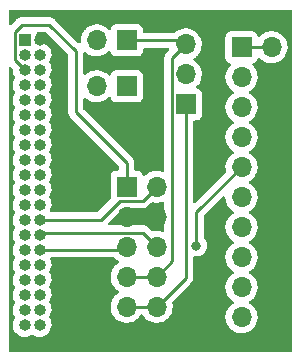
<source format=gbr>
%TF.GenerationSoftware,KiCad,Pcbnew,6.0.5+dfsg-1~bpo11+1*%
%TF.CreationDate,2022-08-16T04:59:05+00:00*%
%TF.ProjectId,olimex_stm32mp1_jtag,6f6c696d-6578-45f7-9374-6d33326d7031,rev?*%
%TF.SameCoordinates,Original*%
%TF.FileFunction,Copper,L1,Top*%
%TF.FilePolarity,Positive*%
%FSLAX46Y46*%
G04 Gerber Fmt 4.6, Leading zero omitted, Abs format (unit mm)*
G04 Created by KiCad (PCBNEW 6.0.5+dfsg-1~bpo11+1) date 2022-08-16 04:59:05*
%MOMM*%
%LPD*%
G01*
G04 APERTURE LIST*
%TA.AperFunction,ComponentPad*%
%ADD10R,1.700000X1.700000*%
%TD*%
%TA.AperFunction,ComponentPad*%
%ADD11O,1.700000X1.700000*%
%TD*%
%TA.AperFunction,ComponentPad*%
%ADD12R,1.000000X1.000000*%
%TD*%
%TA.AperFunction,ComponentPad*%
%ADD13O,1.000000X1.000000*%
%TD*%
%TA.AperFunction,ViaPad*%
%ADD14C,0.800000*%
%TD*%
%TA.AperFunction,Conductor*%
%ADD15C,0.250000*%
%TD*%
G04 APERTURE END LIST*
D10*
%TO.P,JP2,1,A*%
%TO.N,+3V3*%
X150500000Y-73120000D03*
D11*
%TO.P,JP2,2,B*%
%TO.N,Net-(J3-Pad3)*%
X147960000Y-73120000D03*
%TD*%
D10*
%TO.P,JP3,1,A*%
%TO.N,+5V*%
X150500000Y-77000000D03*
D11*
%TO.P,JP3,2,B*%
%TO.N,Net-(J3-Pad1)*%
X147960000Y-77000000D03*
%TD*%
D10*
%TO.P,JP1,1,A*%
%TO.N,+5V*%
X155500000Y-78540000D03*
D11*
%TO.P,JP1,2,C*%
%TO.N,VCC*%
X155500000Y-76000000D03*
%TO.P,JP1,3,B*%
%TO.N,+3V3*%
X155500000Y-73460000D03*
%TD*%
D10*
%TO.P,J2,1,Pin_1*%
%TO.N,/~{RST}*%
X150500000Y-85500000D03*
D11*
%TO.P,J2,2,Pin_2*%
%TO.N,/JTMS-SWDIO*%
X153040000Y-85500000D03*
%TO.P,J2,3,Pin_3*%
%TO.N,GND*%
X150500000Y-88040000D03*
%TO.P,J2,4,Pin_4*%
X153040000Y-88040000D03*
%TO.P,J2,5,Pin_5*%
%TO.N,/JTDO-TRACESWO*%
X150500000Y-90580000D03*
%TO.P,J2,6,Pin_6*%
%TO.N,/JTCK-SWCLK*%
X153040000Y-90580000D03*
%TO.P,J2,7,Pin_7*%
%TO.N,+3V3*%
X150500000Y-93120000D03*
%TO.P,J2,8,Pin_8*%
X153040000Y-93120000D03*
%TO.P,J2,9,Pin_9*%
%TO.N,+5V*%
X150500000Y-95660000D03*
%TO.P,J2,10,Pin_10*%
X153040000Y-95660000D03*
%TD*%
D10*
%TO.P,J1,1,Pin_1*%
%TO.N,VCC*%
X160225000Y-73695000D03*
D11*
%TO.P,J1,2,Pin_2*%
X162765000Y-73695000D03*
%TO.P,J1,3,Pin_3*%
%TO.N,/~{JTRST}*%
X160225000Y-76235000D03*
%TO.P,J1,4,Pin_4*%
%TO.N,GND*%
X162765000Y-76235000D03*
%TO.P,J1,5,Pin_5*%
%TO.N,/JTDI*%
X160225000Y-78775000D03*
%TO.P,J1,6,Pin_6*%
%TO.N,GND*%
X162765000Y-78775000D03*
%TO.P,J1,7,Pin_7*%
%TO.N,/JTMS-SWDIO*%
X160225000Y-81315000D03*
%TO.P,J1,8,Pin_8*%
%TO.N,GND*%
X162765000Y-81315000D03*
%TO.P,J1,9,Pin_9*%
%TO.N,/JTCK-SWCLK*%
X160225000Y-83855000D03*
%TO.P,J1,10,Pin_10*%
%TO.N,GND*%
X162765000Y-83855000D03*
%TO.P,J1,11,Pin_11*%
%TO.N,unconnected-(J1-Pad11)*%
X160225000Y-86395000D03*
%TO.P,J1,12,Pin_12*%
%TO.N,GND*%
X162765000Y-86395000D03*
%TO.P,J1,13,Pin_13*%
%TO.N,/JTDO-TRACESWO*%
X160225000Y-88935000D03*
%TO.P,J1,14,Pin_14*%
%TO.N,GND*%
X162765000Y-88935000D03*
%TO.P,J1,15,Pin_15*%
%TO.N,/~{RST}*%
X160225000Y-91475000D03*
%TO.P,J1,16,Pin_16*%
%TO.N,GND*%
X162765000Y-91475000D03*
%TO.P,J1,17,Pin_17*%
%TO.N,unconnected-(J1-Pad17)*%
X160225000Y-94015000D03*
%TO.P,J1,18,Pin_18*%
%TO.N,GND*%
X162765000Y-94015000D03*
%TO.P,J1,19,Pin_19*%
%TO.N,unconnected-(J1-Pad19)*%
X160225000Y-96555000D03*
%TO.P,J1,20,Pin_20*%
%TO.N,GND*%
X162765000Y-96555000D03*
%TD*%
D12*
%TO.P,J3,1,Pin_1*%
%TO.N,Net-(J3-Pad1)*%
X141855000Y-73070000D03*
D13*
%TO.P,J3,2,Pin_2*%
%TO.N,GND*%
X143125000Y-73070000D03*
%TO.P,J3,3,Pin_3*%
%TO.N,Net-(J3-Pad3)*%
X141855000Y-74340000D03*
%TO.P,J3,4,Pin_4*%
%TO.N,unconnected-(J3-Pad4)*%
X143125000Y-74340000D03*
%TO.P,J3,5,Pin_5*%
%TO.N,/~{RST}*%
X141855000Y-75610000D03*
%TO.P,J3,6,Pin_6*%
%TO.N,unconnected-(J3-Pad6)*%
X143125000Y-75610000D03*
%TO.P,J3,7,Pin_7*%
%TO.N,unconnected-(J3-Pad7)*%
X141855000Y-76880000D03*
%TO.P,J3,8,Pin_8*%
%TO.N,unconnected-(J3-Pad8)*%
X143125000Y-76880000D03*
%TO.P,J3,9,Pin_9*%
%TO.N,unconnected-(J3-Pad9)*%
X141855000Y-78150000D03*
%TO.P,J3,10,Pin_10*%
%TO.N,unconnected-(J3-Pad10)*%
X143125000Y-78150000D03*
%TO.P,J3,11,Pin_11*%
%TO.N,unconnected-(J3-Pad11)*%
X141855000Y-79420000D03*
%TO.P,J3,12,Pin_12*%
%TO.N,unconnected-(J3-Pad12)*%
X143125000Y-79420000D03*
%TO.P,J3,13,Pin_13*%
%TO.N,unconnected-(J3-Pad13)*%
X141855000Y-80690000D03*
%TO.P,J3,14,Pin_14*%
%TO.N,unconnected-(J3-Pad14)*%
X143125000Y-80690000D03*
%TO.P,J3,15,Pin_15*%
%TO.N,unconnected-(J3-Pad15)*%
X141855000Y-81960000D03*
%TO.P,J3,16,Pin_16*%
%TO.N,unconnected-(J3-Pad16)*%
X143125000Y-81960000D03*
%TO.P,J3,17,Pin_17*%
%TO.N,unconnected-(J3-Pad17)*%
X141855000Y-83230000D03*
%TO.P,J3,18,Pin_18*%
%TO.N,unconnected-(J3-Pad18)*%
X143125000Y-83230000D03*
%TO.P,J3,19,Pin_19*%
%TO.N,unconnected-(J3-Pad19)*%
X141855000Y-84500000D03*
%TO.P,J3,20,Pin_20*%
%TO.N,unconnected-(J3-Pad20)*%
X143125000Y-84500000D03*
%TO.P,J3,21,Pin_21*%
%TO.N,unconnected-(J3-Pad21)*%
X141855000Y-85770000D03*
%TO.P,J3,22,Pin_22*%
%TO.N,unconnected-(J3-Pad22)*%
X143125000Y-85770000D03*
%TO.P,J3,23,Pin_23*%
%TO.N,unconnected-(J3-Pad23)*%
X141855000Y-87040000D03*
%TO.P,J3,24,Pin_24*%
%TO.N,unconnected-(J3-Pad24)*%
X143125000Y-87040000D03*
%TO.P,J3,25,Pin_25*%
%TO.N,unconnected-(J3-Pad25)*%
X141855000Y-88310000D03*
%TO.P,J3,26,Pin_26*%
%TO.N,/JTMS-SWDIO*%
X143125000Y-88310000D03*
%TO.P,J3,27,Pin_27*%
%TO.N,unconnected-(J3-Pad27)*%
X141855000Y-89580000D03*
%TO.P,J3,28,Pin_28*%
%TO.N,/JTCK-SWCLK*%
X143125000Y-89580000D03*
%TO.P,J3,29,Pin_29*%
%TO.N,unconnected-(J3-Pad29)*%
X141855000Y-90850000D03*
%TO.P,J3,30,Pin_30*%
%TO.N,/JTDO-TRACESWO*%
X143125000Y-90850000D03*
%TO.P,J3,31,Pin_31*%
%TO.N,unconnected-(J3-Pad31)*%
X141855000Y-92120000D03*
%TO.P,J3,32,Pin_32*%
%TO.N,/JTDI*%
X143125000Y-92120000D03*
%TO.P,J3,33,Pin_33*%
%TO.N,unconnected-(J3-Pad33)*%
X141855000Y-93390000D03*
%TO.P,J3,34,Pin_34*%
%TO.N,/~{JTRST}*%
X143125000Y-93390000D03*
%TO.P,J3,35,Pin_35*%
%TO.N,unconnected-(J3-Pad35)*%
X141855000Y-94660000D03*
%TO.P,J3,36,Pin_36*%
%TO.N,unconnected-(J3-Pad36)*%
X143125000Y-94660000D03*
%TO.P,J3,37,Pin_37*%
%TO.N,unconnected-(J3-Pad37)*%
X141855000Y-95930000D03*
%TO.P,J3,38,Pin_38*%
%TO.N,unconnected-(J3-Pad38)*%
X143125000Y-95930000D03*
%TO.P,J3,39,Pin_39*%
%TO.N,unconnected-(J3-Pad39)*%
X141855000Y-97200000D03*
%TO.P,J3,40,Pin_40*%
%TO.N,unconnected-(J3-Pad40)*%
X143125000Y-97200000D03*
%TD*%
D14*
%TO.N,GND*%
X147900000Y-86500000D03*
X147200000Y-97300000D03*
X157900000Y-88100000D03*
X157000000Y-95700000D03*
X153100000Y-71100000D03*
X146100000Y-93000000D03*
X158100000Y-72400000D03*
X147400000Y-82700000D03*
X156900000Y-85800000D03*
X152900000Y-79600000D03*
X153100000Y-75000000D03*
X145700000Y-83300000D03*
X149900000Y-79800000D03*
%TO.N,/JTCK-SWCLK*%
X156400000Y-90500000D03*
%TD*%
D15*
%TO.N,/~{RST}*%
X146200000Y-79200000D02*
X150500000Y-83500000D01*
X146200000Y-74037820D02*
X146200000Y-79200000D01*
X141030000Y-72370000D02*
X141600000Y-71800000D01*
X143962180Y-71800000D02*
X146200000Y-74037820D01*
X150500000Y-83500000D02*
X150500000Y-85500000D01*
X141855000Y-75610000D02*
X141030000Y-74785000D01*
X141030000Y-74785000D02*
X141030000Y-72370000D01*
X141600000Y-71800000D02*
X143962180Y-71800000D01*
%TO.N,/JTMS-SWDIO*%
X143125000Y-88310000D02*
X148290000Y-88310000D01*
X148290000Y-88310000D02*
X149925000Y-86675000D01*
X149925000Y-86675000D02*
X151865000Y-86675000D01*
X151865000Y-86675000D02*
X153040000Y-85500000D01*
%TO.N,/JTCK-SWCLK*%
X143305000Y-89400000D02*
X151860000Y-89400000D01*
X151860000Y-89400000D02*
X153040000Y-90580000D01*
X160225000Y-83855000D02*
X156400000Y-87680000D01*
X156400000Y-87680000D02*
X156400000Y-90500000D01*
%TO.N,/JTDO-TRACESWO*%
X143125000Y-90850000D02*
X150230000Y-90850000D01*
%TO.N,VCC*%
X160225000Y-73695000D02*
X162765000Y-73695000D01*
%TO.N,+3V3*%
X150500000Y-73120000D02*
X155160000Y-73120000D01*
X154325000Y-74635000D02*
X154325000Y-91835000D01*
X155500000Y-73460000D02*
X154325000Y-74635000D01*
X154325000Y-91835000D02*
X153040000Y-93120000D01*
X150500000Y-93120000D02*
X153040000Y-93120000D01*
%TO.N,+5V*%
X150500000Y-95660000D02*
X153040000Y-95660000D01*
X155500000Y-78540000D02*
X155500000Y-93200000D01*
X155500000Y-93200000D02*
X153040000Y-95660000D01*
%TD*%
%TA.AperFunction,Conductor*%
%TO.N,GND*%
G36*
X164433621Y-70528502D02*
G01*
X164480114Y-70582158D01*
X164491500Y-70634500D01*
X164491500Y-99365500D01*
X164471498Y-99433621D01*
X164417842Y-99480114D01*
X164365500Y-99491500D01*
X140634500Y-99491500D01*
X140566379Y-99471498D01*
X140519886Y-99417842D01*
X140508500Y-99365500D01*
X140508500Y-75463594D01*
X140528502Y-75395473D01*
X140582158Y-75348980D01*
X140652432Y-75338876D01*
X140717012Y-75368370D01*
X140723595Y-75374499D01*
X140809251Y-75460155D01*
X140843277Y-75522467D01*
X140845371Y-75563294D01*
X140841719Y-75595851D01*
X140842235Y-75601995D01*
X140857748Y-75786739D01*
X140858268Y-75792934D01*
X140859967Y-75798858D01*
X140910357Y-75974588D01*
X140912783Y-75983050D01*
X140927847Y-76012361D01*
X140973847Y-76101866D01*
X141003187Y-76158956D01*
X141007016Y-76163787D01*
X141008839Y-76166088D01*
X141009414Y-76167509D01*
X141010353Y-76168966D01*
X141010076Y-76169144D01*
X141035474Y-76231898D01*
X141022301Y-76301662D01*
X141018846Y-76307474D01*
X140923567Y-76480787D01*
X140921706Y-76486654D01*
X140921705Y-76486656D01*
X140910154Y-76523069D01*
X140863765Y-76669306D01*
X140841719Y-76865851D01*
X140842235Y-76871995D01*
X140856441Y-77041173D01*
X140858268Y-77062934D01*
X140859967Y-77068858D01*
X140908865Y-77239385D01*
X140912783Y-77253050D01*
X140929885Y-77286326D01*
X140990315Y-77403909D01*
X141003187Y-77428956D01*
X141007016Y-77433787D01*
X141008839Y-77436088D01*
X141009414Y-77437509D01*
X141010353Y-77438966D01*
X141010076Y-77439144D01*
X141035474Y-77501898D01*
X141022301Y-77571662D01*
X141018846Y-77577474D01*
X140923567Y-77750787D01*
X140921706Y-77756654D01*
X140921705Y-77756656D01*
X140870797Y-77917138D01*
X140863765Y-77939306D01*
X140841719Y-78135851D01*
X140844662Y-78170896D01*
X140856261Y-78309030D01*
X140858268Y-78332934D01*
X140864239Y-78353757D01*
X140910357Y-78514588D01*
X140912783Y-78523050D01*
X141003187Y-78698956D01*
X141007016Y-78703787D01*
X141008839Y-78706088D01*
X141009414Y-78707509D01*
X141010353Y-78708966D01*
X141010076Y-78709144D01*
X141035474Y-78771898D01*
X141022301Y-78841662D01*
X141018846Y-78847474D01*
X140923567Y-79020787D01*
X140921706Y-79026654D01*
X140921705Y-79026656D01*
X140873824Y-79177596D01*
X140863765Y-79209306D01*
X140841719Y-79405851D01*
X140842235Y-79411995D01*
X140856350Y-79580088D01*
X140858268Y-79602934D01*
X140859967Y-79608858D01*
X140902917Y-79758642D01*
X140912783Y-79793050D01*
X140929885Y-79826326D01*
X140990315Y-79943909D01*
X141003187Y-79968956D01*
X141007016Y-79973787D01*
X141008839Y-79976088D01*
X141009414Y-79977509D01*
X141010353Y-79978966D01*
X141010076Y-79979144D01*
X141035474Y-80041898D01*
X141022301Y-80111662D01*
X141018846Y-80117474D01*
X140923567Y-80290787D01*
X140921706Y-80296654D01*
X140921705Y-80296656D01*
X140870797Y-80457138D01*
X140863765Y-80479306D01*
X140841719Y-80675851D01*
X140858268Y-80872934D01*
X140859967Y-80878858D01*
X140910357Y-81054588D01*
X140912783Y-81063050D01*
X141003187Y-81238956D01*
X141007016Y-81243787D01*
X141008839Y-81246088D01*
X141009414Y-81247509D01*
X141010353Y-81248966D01*
X141010076Y-81249144D01*
X141035474Y-81311898D01*
X141022301Y-81381662D01*
X141018846Y-81387474D01*
X140923567Y-81560787D01*
X140921706Y-81566654D01*
X140921705Y-81566656D01*
X140910154Y-81603069D01*
X140863765Y-81749306D01*
X140841719Y-81945851D01*
X140842235Y-81951995D01*
X140856350Y-82120088D01*
X140858268Y-82142934D01*
X140859967Y-82148858D01*
X140899014Y-82285031D01*
X140912783Y-82333050D01*
X140929885Y-82366326D01*
X140990315Y-82483909D01*
X141003187Y-82508956D01*
X141007016Y-82513787D01*
X141008839Y-82516088D01*
X141009414Y-82517509D01*
X141010353Y-82518966D01*
X141010076Y-82519144D01*
X141035474Y-82581898D01*
X141022301Y-82651662D01*
X141018846Y-82657474D01*
X140923567Y-82830787D01*
X140921706Y-82836654D01*
X140921705Y-82836656D01*
X140870797Y-82997138D01*
X140863765Y-83019306D01*
X140841719Y-83215851D01*
X140842907Y-83230000D01*
X140856552Y-83392493D01*
X140858268Y-83412934D01*
X140870682Y-83456225D01*
X140910357Y-83594588D01*
X140912783Y-83603050D01*
X141003187Y-83778956D01*
X141007016Y-83783787D01*
X141008839Y-83786088D01*
X141009414Y-83787509D01*
X141010353Y-83788966D01*
X141010076Y-83789144D01*
X141035474Y-83851898D01*
X141022301Y-83921662D01*
X141018846Y-83927474D01*
X140923567Y-84100787D01*
X140921706Y-84106654D01*
X140921705Y-84106656D01*
X140892290Y-84199385D01*
X140863765Y-84289306D01*
X140841719Y-84485851D01*
X140842235Y-84491995D01*
X140851748Y-84605283D01*
X140858268Y-84682934D01*
X140912783Y-84873050D01*
X140929885Y-84906326D01*
X140990315Y-85023909D01*
X141003187Y-85048956D01*
X141007016Y-85053787D01*
X141008839Y-85056088D01*
X141009414Y-85057509D01*
X141010353Y-85058966D01*
X141010076Y-85059144D01*
X141035474Y-85121898D01*
X141022301Y-85191662D01*
X141018846Y-85197474D01*
X140923567Y-85370787D01*
X140921706Y-85376654D01*
X140921705Y-85376656D01*
X140915934Y-85394848D01*
X140863765Y-85559306D01*
X140841719Y-85755851D01*
X140858268Y-85952934D01*
X140912783Y-86143050D01*
X141003187Y-86318956D01*
X141007016Y-86323787D01*
X141008839Y-86326088D01*
X141009414Y-86327509D01*
X141010353Y-86328966D01*
X141010076Y-86329144D01*
X141035474Y-86391898D01*
X141022301Y-86461662D01*
X141018846Y-86467474D01*
X140923567Y-86640787D01*
X140921706Y-86646654D01*
X140921705Y-86646656D01*
X140890063Y-86746405D01*
X140863765Y-86829306D01*
X140841719Y-87025851D01*
X140842235Y-87031995D01*
X140856350Y-87200088D01*
X140858268Y-87222934D01*
X140874198Y-87278489D01*
X140899014Y-87365031D01*
X140912783Y-87413050D01*
X140929885Y-87446326D01*
X140990315Y-87563909D01*
X141003187Y-87588956D01*
X141007016Y-87593787D01*
X141008839Y-87596088D01*
X141009414Y-87597509D01*
X141010353Y-87598966D01*
X141010076Y-87599144D01*
X141035474Y-87661898D01*
X141022301Y-87731662D01*
X141018846Y-87737474D01*
X140923567Y-87910787D01*
X140921706Y-87916654D01*
X140921705Y-87916656D01*
X140870797Y-88077138D01*
X140863765Y-88099306D01*
X140841719Y-88295851D01*
X140858268Y-88492934D01*
X140859967Y-88498858D01*
X140910357Y-88674588D01*
X140912783Y-88683050D01*
X140927847Y-88712361D01*
X140998783Y-88850386D01*
X141003187Y-88858956D01*
X141007016Y-88863787D01*
X141008839Y-88866088D01*
X141009414Y-88867509D01*
X141010353Y-88868966D01*
X141010076Y-88869144D01*
X141035474Y-88931898D01*
X141022301Y-89001662D01*
X141018846Y-89007474D01*
X140923567Y-89180787D01*
X140921706Y-89186654D01*
X140921705Y-89186656D01*
X140899847Y-89255561D01*
X140863765Y-89369306D01*
X140841719Y-89565851D01*
X140842235Y-89571995D01*
X140856350Y-89740088D01*
X140858268Y-89762934D01*
X140859967Y-89768858D01*
X140899014Y-89905031D01*
X140912783Y-89953050D01*
X140942730Y-90011319D01*
X140999983Y-90122721D01*
X141003187Y-90128956D01*
X141007016Y-90133787D01*
X141008839Y-90136088D01*
X141009414Y-90137509D01*
X141010353Y-90138966D01*
X141010076Y-90139144D01*
X141035474Y-90201898D01*
X141022301Y-90271662D01*
X141018846Y-90277474D01*
X140923567Y-90450787D01*
X140921706Y-90456654D01*
X140921705Y-90456656D01*
X140870797Y-90617138D01*
X140863765Y-90639306D01*
X140841719Y-90835851D01*
X140858268Y-91032934D01*
X140868231Y-91067680D01*
X140910357Y-91214588D01*
X140912783Y-91223050D01*
X141003187Y-91398956D01*
X141007016Y-91403787D01*
X141008839Y-91406088D01*
X141009414Y-91407509D01*
X141010353Y-91408966D01*
X141010076Y-91409144D01*
X141035474Y-91471898D01*
X141022301Y-91541662D01*
X141018846Y-91547474D01*
X140923567Y-91720787D01*
X140921706Y-91726654D01*
X140921705Y-91726656D01*
X140882840Y-91849174D01*
X140863765Y-91909306D01*
X140841719Y-92105851D01*
X140842235Y-92111995D01*
X140857402Y-92292617D01*
X140858268Y-92302934D01*
X140859967Y-92308858D01*
X140910905Y-92486500D01*
X140912783Y-92493050D01*
X140929885Y-92526326D01*
X140990315Y-92643909D01*
X141003187Y-92668956D01*
X141007016Y-92673787D01*
X141008839Y-92676088D01*
X141009414Y-92677509D01*
X141010353Y-92678966D01*
X141010076Y-92679144D01*
X141035474Y-92741898D01*
X141022301Y-92811662D01*
X141018846Y-92817474D01*
X140923567Y-92990787D01*
X140921706Y-92996654D01*
X140921705Y-92996656D01*
X140870797Y-93157138D01*
X140863765Y-93179306D01*
X140841719Y-93375851D01*
X140842235Y-93381995D01*
X140856978Y-93557568D01*
X140858268Y-93572934D01*
X140877353Y-93639491D01*
X140910357Y-93754588D01*
X140912783Y-93763050D01*
X141003187Y-93938956D01*
X141007016Y-93943787D01*
X141008839Y-93946088D01*
X141009414Y-93947509D01*
X141010353Y-93948966D01*
X141010076Y-93949144D01*
X141035474Y-94011898D01*
X141022301Y-94081662D01*
X141018846Y-94087474D01*
X140923567Y-94260787D01*
X140921706Y-94266654D01*
X140921705Y-94266656D01*
X140882840Y-94389174D01*
X140863765Y-94449306D01*
X140841719Y-94645851D01*
X140842235Y-94651995D01*
X140857402Y-94832617D01*
X140858268Y-94842934D01*
X140859967Y-94848858D01*
X140910905Y-95026500D01*
X140912783Y-95033050D01*
X140929885Y-95066326D01*
X140990315Y-95183909D01*
X141003187Y-95208956D01*
X141007016Y-95213787D01*
X141008839Y-95216088D01*
X141009414Y-95217509D01*
X141010353Y-95218966D01*
X141010076Y-95219144D01*
X141035474Y-95281898D01*
X141022301Y-95351662D01*
X141018846Y-95357474D01*
X140923567Y-95530787D01*
X140921706Y-95536654D01*
X140921705Y-95536656D01*
X140870797Y-95697138D01*
X140863765Y-95719306D01*
X140841719Y-95915851D01*
X140842235Y-95921995D01*
X140854465Y-96067639D01*
X140858268Y-96112934D01*
X140859967Y-96118858D01*
X140910357Y-96294588D01*
X140912783Y-96303050D01*
X141003187Y-96478956D01*
X141007016Y-96483787D01*
X141008839Y-96486088D01*
X141009414Y-96487509D01*
X141010353Y-96488966D01*
X141010076Y-96489144D01*
X141035474Y-96551898D01*
X141022301Y-96621662D01*
X141018846Y-96627474D01*
X140923567Y-96800787D01*
X140921706Y-96806654D01*
X140921705Y-96806656D01*
X140865627Y-96983436D01*
X140863765Y-96989306D01*
X140841719Y-97185851D01*
X140842235Y-97191995D01*
X140856350Y-97360088D01*
X140858268Y-97382934D01*
X140859967Y-97388858D01*
X140899014Y-97525031D01*
X140912783Y-97573050D01*
X141003187Y-97748956D01*
X141126035Y-97903953D01*
X141130728Y-97907947D01*
X141130729Y-97907948D01*
X141261051Y-98018860D01*
X141276650Y-98032136D01*
X141449294Y-98128624D01*
X141637392Y-98189740D01*
X141833777Y-98213158D01*
X141839912Y-98212686D01*
X141839914Y-98212686D01*
X142024830Y-98198457D01*
X142024834Y-98198456D01*
X142030972Y-98197984D01*
X142221463Y-98144798D01*
X142226967Y-98142018D01*
X142226969Y-98142017D01*
X142392493Y-98058405D01*
X142392495Y-98058404D01*
X142397996Y-98055625D01*
X142402850Y-98051833D01*
X142402859Y-98051827D01*
X142411548Y-98045038D01*
X142477542Y-98018860D01*
X142550592Y-98034339D01*
X142719294Y-98128624D01*
X142907392Y-98189740D01*
X143103777Y-98213158D01*
X143109912Y-98212686D01*
X143109914Y-98212686D01*
X143294830Y-98198457D01*
X143294834Y-98198456D01*
X143300972Y-98197984D01*
X143491463Y-98144798D01*
X143496967Y-98142018D01*
X143496969Y-98142017D01*
X143662495Y-98058404D01*
X143662497Y-98058403D01*
X143667996Y-98055625D01*
X143823847Y-97933861D01*
X143953078Y-97784145D01*
X144050769Y-97612179D01*
X144113197Y-97424513D01*
X144137985Y-97228295D01*
X144138380Y-97200000D01*
X144119080Y-97003167D01*
X144108774Y-96969030D01*
X144070743Y-96843069D01*
X144061916Y-96813831D01*
X143969066Y-96639204D01*
X143965167Y-96634424D01*
X143964715Y-96633743D01*
X143943676Y-96565935D01*
X143960105Y-96501775D01*
X144047723Y-96347542D01*
X144047725Y-96347537D01*
X144050769Y-96342179D01*
X144113197Y-96154513D01*
X144137985Y-95958295D01*
X144138380Y-95930000D01*
X144119080Y-95733167D01*
X144117095Y-95726590D01*
X144063697Y-95549731D01*
X144061916Y-95543831D01*
X143969066Y-95369204D01*
X143965167Y-95364424D01*
X143964715Y-95363743D01*
X143943676Y-95295935D01*
X143960105Y-95231775D01*
X144047723Y-95077542D01*
X144047725Y-95077537D01*
X144050769Y-95072179D01*
X144113197Y-94884513D01*
X144137985Y-94688295D01*
X144138380Y-94660000D01*
X144119080Y-94463167D01*
X144115517Y-94451364D01*
X144070743Y-94303069D01*
X144061916Y-94273831D01*
X143969066Y-94099204D01*
X143965167Y-94094424D01*
X143964715Y-94093743D01*
X143943676Y-94025935D01*
X143960105Y-93961775D01*
X144047723Y-93807542D01*
X144047725Y-93807537D01*
X144050769Y-93802179D01*
X144113197Y-93614513D01*
X144137985Y-93418295D01*
X144138380Y-93390000D01*
X144119080Y-93193167D01*
X144117095Y-93186590D01*
X144063697Y-93009731D01*
X144061916Y-93003831D01*
X143969066Y-92829204D01*
X143965167Y-92824424D01*
X143964715Y-92823743D01*
X143943676Y-92755935D01*
X143960105Y-92691775D01*
X144047723Y-92537542D01*
X144047725Y-92537537D01*
X144050769Y-92532179D01*
X144113197Y-92344513D01*
X144137985Y-92148295D01*
X144138380Y-92120000D01*
X144119080Y-91923167D01*
X144115517Y-91911364D01*
X144070743Y-91763069D01*
X144061916Y-91733831D01*
X144059024Y-91728392D01*
X144059022Y-91728387D01*
X144027261Y-91668652D01*
X144012942Y-91599115D01*
X144038490Y-91532874D01*
X144095795Y-91490962D01*
X144138513Y-91483500D01*
X149427680Y-91483500D01*
X149495801Y-91503502D01*
X149522917Y-91527002D01*
X149542865Y-91550031D01*
X149542869Y-91550035D01*
X149546250Y-91553938D01*
X149718126Y-91696632D01*
X149781785Y-91733831D01*
X149791445Y-91739476D01*
X149840169Y-91791114D01*
X149853240Y-91860897D01*
X149826509Y-91926669D01*
X149786055Y-91960027D01*
X149773607Y-91966507D01*
X149769474Y-91969610D01*
X149769471Y-91969612D01*
X149603775Y-92094020D01*
X149594965Y-92100635D01*
X149529346Y-92169301D01*
X149490147Y-92210321D01*
X149440629Y-92262138D01*
X149437720Y-92266403D01*
X149437714Y-92266411D01*
X149425404Y-92284457D01*
X149314743Y-92446680D01*
X149290673Y-92498535D01*
X149223193Y-92643909D01*
X149220688Y-92649305D01*
X149160989Y-92864570D01*
X149137251Y-93086695D01*
X149137548Y-93091848D01*
X149137548Y-93091851D01*
X149143070Y-93187617D01*
X149150110Y-93309715D01*
X149151247Y-93314761D01*
X149151248Y-93314767D01*
X149166399Y-93381995D01*
X149199222Y-93527639D01*
X149283266Y-93734616D01*
X149318652Y-93792361D01*
X149397286Y-93920680D01*
X149399987Y-93925088D01*
X149546250Y-94093938D01*
X149718126Y-94236632D01*
X149769506Y-94266656D01*
X149791445Y-94279476D01*
X149840169Y-94331114D01*
X149853240Y-94400897D01*
X149826509Y-94466669D01*
X149786055Y-94500027D01*
X149773607Y-94506507D01*
X149769474Y-94509610D01*
X149769471Y-94509612D01*
X149603775Y-94634020D01*
X149594965Y-94640635D01*
X149440629Y-94802138D01*
X149437720Y-94806403D01*
X149437714Y-94806411D01*
X149425404Y-94824457D01*
X149314743Y-94986680D01*
X149296259Y-95026500D01*
X149223193Y-95183909D01*
X149220688Y-95189305D01*
X149160989Y-95404570D01*
X149137251Y-95626695D01*
X149137548Y-95631848D01*
X149137548Y-95631851D01*
X149143070Y-95727617D01*
X149150110Y-95849715D01*
X149151247Y-95854761D01*
X149151248Y-95854767D01*
X149166399Y-95921995D01*
X149199222Y-96067639D01*
X149283266Y-96274616D01*
X149318652Y-96332361D01*
X149397286Y-96460680D01*
X149399987Y-96465088D01*
X149546250Y-96633938D01*
X149718126Y-96776632D01*
X149911000Y-96889338D01*
X150119692Y-96969030D01*
X150124760Y-96970061D01*
X150124763Y-96970062D01*
X150190499Y-96983436D01*
X150338597Y-97013567D01*
X150343772Y-97013757D01*
X150343774Y-97013757D01*
X150556673Y-97021564D01*
X150556677Y-97021564D01*
X150561837Y-97021753D01*
X150566957Y-97021097D01*
X150566959Y-97021097D01*
X150778288Y-96994025D01*
X150778289Y-96994025D01*
X150783416Y-96993368D01*
X150788366Y-96991883D01*
X150992429Y-96930661D01*
X150992434Y-96930659D01*
X150997384Y-96929174D01*
X151197994Y-96830896D01*
X151379860Y-96701173D01*
X151538096Y-96543489D01*
X151553757Y-96521695D01*
X151668453Y-96362077D01*
X151669774Y-96363026D01*
X151716663Y-96319849D01*
X151786600Y-96307628D01*
X151852042Y-96335158D01*
X151879874Y-96366995D01*
X151937285Y-96460680D01*
X151937290Y-96460687D01*
X151939987Y-96465088D01*
X152086250Y-96633938D01*
X152258126Y-96776632D01*
X152451000Y-96889338D01*
X152659692Y-96969030D01*
X152664760Y-96970061D01*
X152664763Y-96970062D01*
X152730499Y-96983436D01*
X152878597Y-97013567D01*
X152883772Y-97013757D01*
X152883774Y-97013757D01*
X153096673Y-97021564D01*
X153096677Y-97021564D01*
X153101837Y-97021753D01*
X153106957Y-97021097D01*
X153106959Y-97021097D01*
X153318288Y-96994025D01*
X153318289Y-96994025D01*
X153323416Y-96993368D01*
X153328366Y-96991883D01*
X153532429Y-96930661D01*
X153532434Y-96930659D01*
X153537384Y-96929174D01*
X153737994Y-96830896D01*
X153919860Y-96701173D01*
X154078096Y-96543489D01*
X154093757Y-96521695D01*
X154205435Y-96366277D01*
X154208453Y-96362077D01*
X154223140Y-96332361D01*
X154305136Y-96166453D01*
X154305137Y-96166451D01*
X154307430Y-96161811D01*
X154339900Y-96054940D01*
X154370865Y-95953023D01*
X154370865Y-95953021D01*
X154372370Y-95948069D01*
X154401529Y-95726590D01*
X154401707Y-95719306D01*
X154403074Y-95663365D01*
X154403074Y-95663361D01*
X154403156Y-95660000D01*
X154384852Y-95437361D01*
X154356821Y-95325765D01*
X154359625Y-95254823D01*
X154389930Y-95205974D01*
X155892247Y-93703657D01*
X155900537Y-93696113D01*
X155907018Y-93692000D01*
X155953659Y-93642332D01*
X155956413Y-93639491D01*
X155976134Y-93619770D01*
X155978612Y-93616575D01*
X155986318Y-93607553D01*
X156011158Y-93581101D01*
X156016586Y-93575321D01*
X156026346Y-93557568D01*
X156037199Y-93541045D01*
X156044753Y-93531306D01*
X156049613Y-93525041D01*
X156067176Y-93484457D01*
X156072383Y-93473827D01*
X156093695Y-93435060D01*
X156095666Y-93427383D01*
X156095668Y-93427378D01*
X156098732Y-93415442D01*
X156105138Y-93396730D01*
X156109568Y-93386495D01*
X156113181Y-93378145D01*
X156114515Y-93369726D01*
X156120097Y-93334481D01*
X156122504Y-93322860D01*
X156131528Y-93287711D01*
X156131528Y-93287710D01*
X156133500Y-93280030D01*
X156133500Y-93259769D01*
X156135051Y-93240058D01*
X156136979Y-93227885D01*
X156138219Y-93220057D01*
X156134059Y-93176046D01*
X156133500Y-93164189D01*
X156133500Y-91527748D01*
X156153502Y-91459627D01*
X156207158Y-91413134D01*
X156277432Y-91403030D01*
X156285694Y-91404501D01*
X156298049Y-91407127D01*
X156298058Y-91407128D01*
X156304513Y-91408500D01*
X156495487Y-91408500D01*
X156501939Y-91407128D01*
X156501944Y-91407128D01*
X156605631Y-91385088D01*
X156682288Y-91368794D01*
X156688319Y-91366109D01*
X156850722Y-91293803D01*
X156850724Y-91293802D01*
X156856752Y-91291118D01*
X157011253Y-91178866D01*
X157139040Y-91036944D01*
X157234527Y-90871556D01*
X157293542Y-90689928D01*
X157298220Y-90645425D01*
X157312814Y-90506565D01*
X157313504Y-90500000D01*
X157293542Y-90310072D01*
X157234527Y-90128444D01*
X157139040Y-89963056D01*
X157065863Y-89881785D01*
X157035147Y-89817779D01*
X157033500Y-89797476D01*
X157033500Y-87994594D01*
X157053502Y-87926473D01*
X157070405Y-87905499D01*
X158650019Y-86325885D01*
X158712331Y-86291859D01*
X158783146Y-86296924D01*
X158839982Y-86339471D01*
X158864905Y-86407727D01*
X158869026Y-86479204D01*
X158875110Y-86584715D01*
X158876247Y-86589761D01*
X158876248Y-86589767D01*
X158889069Y-86646656D01*
X158924222Y-86802639D01*
X159008266Y-87009616D01*
X159026885Y-87040000D01*
X159103621Y-87165221D01*
X159124987Y-87200088D01*
X159271250Y-87368938D01*
X159443126Y-87511632D01*
X159478954Y-87532568D01*
X159516445Y-87554476D01*
X159565169Y-87606114D01*
X159578240Y-87675897D01*
X159551509Y-87741669D01*
X159511055Y-87775027D01*
X159498607Y-87781507D01*
X159494474Y-87784610D01*
X159494471Y-87784612D01*
X159324100Y-87912530D01*
X159319965Y-87915635D01*
X159165629Y-88077138D01*
X159039743Y-88261680D01*
X158945688Y-88464305D01*
X158885989Y-88679570D01*
X158862251Y-88901695D01*
X158862548Y-88906848D01*
X158862548Y-88906851D01*
X158868006Y-89001502D01*
X158875110Y-89124715D01*
X158876247Y-89129761D01*
X158876248Y-89129767D01*
X158889069Y-89186656D01*
X158924222Y-89342639D01*
X159008266Y-89549616D01*
X159124987Y-89740088D01*
X159271250Y-89908938D01*
X159443126Y-90051632D01*
X159513595Y-90092811D01*
X159516445Y-90094476D01*
X159565169Y-90146114D01*
X159578240Y-90215897D01*
X159551509Y-90281669D01*
X159511055Y-90315027D01*
X159498607Y-90321507D01*
X159494474Y-90324610D01*
X159494471Y-90324612D01*
X159324100Y-90452530D01*
X159319965Y-90455635D01*
X159165629Y-90617138D01*
X159039743Y-90801680D01*
X158945688Y-91004305D01*
X158885989Y-91219570D01*
X158862251Y-91441695D01*
X158862548Y-91446848D01*
X158862548Y-91446851D01*
X158868011Y-91541590D01*
X158875110Y-91664715D01*
X158876247Y-91669761D01*
X158876248Y-91669767D01*
X158889069Y-91726656D01*
X158924222Y-91882639D01*
X159008266Y-92089616D01*
X159026792Y-92119848D01*
X159116606Y-92266411D01*
X159124987Y-92280088D01*
X159271250Y-92448938D01*
X159443126Y-92591632D01*
X159513595Y-92632811D01*
X159516445Y-92634476D01*
X159565169Y-92686114D01*
X159578240Y-92755897D01*
X159551509Y-92821669D01*
X159511055Y-92855027D01*
X159498607Y-92861507D01*
X159494474Y-92864610D01*
X159494471Y-92864612D01*
X159324100Y-92992530D01*
X159319965Y-92995635D01*
X159165629Y-93157138D01*
X159162715Y-93161410D01*
X159162714Y-93161411D01*
X159121899Y-93221244D01*
X159039743Y-93341680D01*
X158996398Y-93435060D01*
X158975994Y-93479017D01*
X158945688Y-93544305D01*
X158885989Y-93759570D01*
X158862251Y-93981695D01*
X158862548Y-93986848D01*
X158862548Y-93986851D01*
X158868723Y-94093938D01*
X158875110Y-94204715D01*
X158876247Y-94209761D01*
X158876248Y-94209767D01*
X158889069Y-94266656D01*
X158924222Y-94422639D01*
X159008266Y-94629616D01*
X159026792Y-94659848D01*
X159116606Y-94806411D01*
X159124987Y-94820088D01*
X159271250Y-94988938D01*
X159443126Y-95131632D01*
X159513595Y-95172811D01*
X159516445Y-95174476D01*
X159565169Y-95226114D01*
X159578240Y-95295897D01*
X159551509Y-95361669D01*
X159511055Y-95395027D01*
X159498607Y-95401507D01*
X159494474Y-95404610D01*
X159494471Y-95404612D01*
X159324100Y-95532530D01*
X159319965Y-95535635D01*
X159165629Y-95697138D01*
X159039743Y-95881680D01*
X158945688Y-96084305D01*
X158885989Y-96299570D01*
X158862251Y-96521695D01*
X158862548Y-96526848D01*
X158862548Y-96526851D01*
X158868723Y-96633938D01*
X158875110Y-96744715D01*
X158876247Y-96749761D01*
X158876248Y-96749767D01*
X158889069Y-96806656D01*
X158924222Y-96962639D01*
X159008266Y-97169616D01*
X159124987Y-97360088D01*
X159271250Y-97528938D01*
X159443126Y-97671632D01*
X159636000Y-97784338D01*
X159844692Y-97864030D01*
X159849760Y-97865061D01*
X159849763Y-97865062D01*
X159957017Y-97886883D01*
X160063597Y-97908567D01*
X160068772Y-97908757D01*
X160068774Y-97908757D01*
X160281673Y-97916564D01*
X160281677Y-97916564D01*
X160286837Y-97916753D01*
X160291957Y-97916097D01*
X160291959Y-97916097D01*
X160503288Y-97889025D01*
X160503289Y-97889025D01*
X160508416Y-97888368D01*
X160513366Y-97886883D01*
X160717429Y-97825661D01*
X160717434Y-97825659D01*
X160722384Y-97824174D01*
X160922994Y-97725896D01*
X161104860Y-97596173D01*
X161263096Y-97438489D01*
X161277537Y-97418393D01*
X161390435Y-97261277D01*
X161393453Y-97257077D01*
X161423395Y-97196495D01*
X161490136Y-97061453D01*
X161490137Y-97061451D01*
X161492430Y-97056811D01*
X161543312Y-96889338D01*
X161555865Y-96848023D01*
X161555865Y-96848021D01*
X161557370Y-96843069D01*
X161586529Y-96621590D01*
X161587889Y-96565935D01*
X161588074Y-96558365D01*
X161588074Y-96558361D01*
X161588156Y-96555000D01*
X161569852Y-96332361D01*
X161515431Y-96115702D01*
X161426354Y-95910840D01*
X161383467Y-95844547D01*
X161307822Y-95727617D01*
X161307820Y-95727614D01*
X161305014Y-95723277D01*
X161154670Y-95558051D01*
X161150619Y-95554852D01*
X161150615Y-95554848D01*
X160983414Y-95422800D01*
X160983410Y-95422798D01*
X160979359Y-95419598D01*
X160938053Y-95396796D01*
X160888084Y-95346364D01*
X160873312Y-95276921D01*
X160898428Y-95210516D01*
X160925780Y-95183909D01*
X160969603Y-95152650D01*
X161104860Y-95056173D01*
X161156593Y-95004621D01*
X161259435Y-94902137D01*
X161263096Y-94898489D01*
X161277537Y-94878393D01*
X161390435Y-94721277D01*
X161393453Y-94717077D01*
X161423395Y-94656495D01*
X161490136Y-94521453D01*
X161490137Y-94521451D01*
X161492430Y-94516811D01*
X161557370Y-94303069D01*
X161586529Y-94081590D01*
X161587889Y-94025935D01*
X161588074Y-94018365D01*
X161588074Y-94018361D01*
X161588156Y-94015000D01*
X161569852Y-93792361D01*
X161515431Y-93575702D01*
X161426354Y-93370840D01*
X161328808Y-93220057D01*
X161307822Y-93187617D01*
X161307820Y-93187614D01*
X161305014Y-93183277D01*
X161154670Y-93018051D01*
X161150619Y-93014852D01*
X161150615Y-93014848D01*
X160983414Y-92882800D01*
X160983410Y-92882798D01*
X160979359Y-92879598D01*
X160938053Y-92856796D01*
X160888084Y-92806364D01*
X160873312Y-92736921D01*
X160898428Y-92670516D01*
X160925780Y-92643909D01*
X160969603Y-92612650D01*
X161104860Y-92516173D01*
X161156593Y-92464621D01*
X161259435Y-92362137D01*
X161263096Y-92358489D01*
X161277537Y-92338393D01*
X161390435Y-92181277D01*
X161393453Y-92177077D01*
X161423395Y-92116495D01*
X161490136Y-91981453D01*
X161490137Y-91981451D01*
X161492430Y-91976811D01*
X161557370Y-91763069D01*
X161586529Y-91541590D01*
X161586867Y-91527748D01*
X161588074Y-91478365D01*
X161588074Y-91478361D01*
X161588156Y-91475000D01*
X161569852Y-91252361D01*
X161515431Y-91035702D01*
X161426354Y-90830840D01*
X161386906Y-90769862D01*
X161307822Y-90647617D01*
X161307820Y-90647614D01*
X161305014Y-90643277D01*
X161154670Y-90478051D01*
X161150619Y-90474852D01*
X161150615Y-90474848D01*
X160983414Y-90342800D01*
X160983410Y-90342798D01*
X160979359Y-90339598D01*
X160938053Y-90316796D01*
X160888084Y-90266364D01*
X160873312Y-90196921D01*
X160898428Y-90130516D01*
X160925780Y-90103909D01*
X160969603Y-90072650D01*
X161104860Y-89976173D01*
X161263096Y-89818489D01*
X161322594Y-89735689D01*
X161390435Y-89641277D01*
X161393453Y-89637077D01*
X161425619Y-89571995D01*
X161490136Y-89441453D01*
X161490137Y-89441451D01*
X161492430Y-89436811D01*
X161539437Y-89282094D01*
X161555865Y-89228023D01*
X161555865Y-89228021D01*
X161557370Y-89223069D01*
X161586529Y-89001590D01*
X161587911Y-88945016D01*
X161588074Y-88938365D01*
X161588074Y-88938361D01*
X161588156Y-88935000D01*
X161569852Y-88712361D01*
X161515431Y-88495702D01*
X161426354Y-88290840D01*
X161305014Y-88103277D01*
X161154670Y-87938051D01*
X161150619Y-87934852D01*
X161150615Y-87934848D01*
X160983414Y-87802800D01*
X160983410Y-87802798D01*
X160979359Y-87799598D01*
X160938053Y-87776796D01*
X160888084Y-87726364D01*
X160873312Y-87656921D01*
X160898428Y-87590516D01*
X160925780Y-87563909D01*
X160969718Y-87532568D01*
X161104860Y-87436173D01*
X161263096Y-87278489D01*
X161274062Y-87263229D01*
X161390435Y-87101277D01*
X161393453Y-87097077D01*
X161423395Y-87036495D01*
X161490136Y-86901453D01*
X161490137Y-86901451D01*
X161492430Y-86896811D01*
X161557370Y-86683069D01*
X161586529Y-86461590D01*
X161587889Y-86405935D01*
X161588074Y-86398365D01*
X161588074Y-86398361D01*
X161588156Y-86395000D01*
X161569852Y-86172361D01*
X161515431Y-85955702D01*
X161426354Y-85750840D01*
X161386906Y-85689862D01*
X161307822Y-85567617D01*
X161307820Y-85567614D01*
X161305014Y-85563277D01*
X161154670Y-85398051D01*
X161150619Y-85394852D01*
X161150615Y-85394848D01*
X160983414Y-85262800D01*
X160983410Y-85262798D01*
X160979359Y-85259598D01*
X160938053Y-85236796D01*
X160888084Y-85186364D01*
X160873312Y-85116921D01*
X160898428Y-85050516D01*
X160925780Y-85023909D01*
X160969603Y-84992650D01*
X161104860Y-84896173D01*
X161263096Y-84738489D01*
X161277537Y-84718393D01*
X161390435Y-84561277D01*
X161393453Y-84557077D01*
X161398167Y-84547540D01*
X161490136Y-84361453D01*
X161490137Y-84361451D01*
X161492430Y-84356811D01*
X161532235Y-84225797D01*
X161555865Y-84148023D01*
X161555865Y-84148021D01*
X161557370Y-84143069D01*
X161586529Y-83921590D01*
X161587889Y-83865935D01*
X161588074Y-83858365D01*
X161588074Y-83858361D01*
X161588156Y-83855000D01*
X161569852Y-83632361D01*
X161515431Y-83415702D01*
X161426354Y-83210840D01*
X161327374Y-83057840D01*
X161307822Y-83027617D01*
X161307820Y-83027614D01*
X161305014Y-83023277D01*
X161154670Y-82858051D01*
X161150619Y-82854852D01*
X161150615Y-82854848D01*
X160983414Y-82722800D01*
X160983410Y-82722798D01*
X160979359Y-82719598D01*
X160938053Y-82696796D01*
X160888084Y-82646364D01*
X160873312Y-82576921D01*
X160898428Y-82510516D01*
X160925780Y-82483909D01*
X160969603Y-82452650D01*
X161104860Y-82356173D01*
X161263096Y-82198489D01*
X161277537Y-82178393D01*
X161390435Y-82021277D01*
X161393453Y-82017077D01*
X161423395Y-81956495D01*
X161490136Y-81821453D01*
X161490137Y-81821451D01*
X161492430Y-81816811D01*
X161557370Y-81603069D01*
X161586529Y-81381590D01*
X161587889Y-81325935D01*
X161588074Y-81318365D01*
X161588074Y-81318361D01*
X161588156Y-81315000D01*
X161569852Y-81092361D01*
X161515431Y-80875702D01*
X161426354Y-80670840D01*
X161386906Y-80609862D01*
X161307822Y-80487617D01*
X161307820Y-80487614D01*
X161305014Y-80483277D01*
X161154670Y-80318051D01*
X161150619Y-80314852D01*
X161150615Y-80314848D01*
X160983414Y-80182800D01*
X160983410Y-80182798D01*
X160979359Y-80179598D01*
X160938053Y-80156796D01*
X160888084Y-80106364D01*
X160873312Y-80036921D01*
X160898428Y-79970516D01*
X160925780Y-79943909D01*
X160989958Y-79898131D01*
X161104860Y-79816173D01*
X161263096Y-79658489D01*
X161277537Y-79638393D01*
X161390435Y-79481277D01*
X161393453Y-79477077D01*
X161405060Y-79453593D01*
X161490136Y-79281453D01*
X161490137Y-79281451D01*
X161492430Y-79276811D01*
X161557370Y-79063069D01*
X161586529Y-78841590D01*
X161587889Y-78785935D01*
X161588074Y-78778365D01*
X161588074Y-78778361D01*
X161588156Y-78775000D01*
X161569852Y-78552361D01*
X161515431Y-78335702D01*
X161426354Y-78130840D01*
X161365988Y-78037529D01*
X161307822Y-77947617D01*
X161307820Y-77947614D01*
X161305014Y-77943277D01*
X161154670Y-77778051D01*
X161150619Y-77774852D01*
X161150615Y-77774848D01*
X160983414Y-77642800D01*
X160983410Y-77642798D01*
X160979359Y-77639598D01*
X160938053Y-77616796D01*
X160888084Y-77566364D01*
X160873312Y-77496921D01*
X160898428Y-77430516D01*
X160925780Y-77403909D01*
X160969603Y-77372650D01*
X161104860Y-77276173D01*
X161263096Y-77118489D01*
X161277537Y-77098393D01*
X161390435Y-76941277D01*
X161393453Y-76937077D01*
X161423395Y-76876495D01*
X161490136Y-76741453D01*
X161490137Y-76741451D01*
X161492430Y-76736811D01*
X161557370Y-76523069D01*
X161586529Y-76301590D01*
X161586738Y-76293023D01*
X161588074Y-76238365D01*
X161588074Y-76238361D01*
X161588156Y-76235000D01*
X161569852Y-76012361D01*
X161515431Y-75795702D01*
X161426354Y-75590840D01*
X161341810Y-75460155D01*
X161307822Y-75407617D01*
X161307820Y-75407614D01*
X161305014Y-75403277D01*
X161297913Y-75395473D01*
X161157798Y-75241488D01*
X161126746Y-75177642D01*
X161135141Y-75107143D01*
X161180317Y-75052375D01*
X161206761Y-75038706D01*
X161313297Y-74998767D01*
X161321705Y-74995615D01*
X161438261Y-74908261D01*
X161525615Y-74791705D01*
X161551776Y-74721921D01*
X161569598Y-74674382D01*
X161612240Y-74617618D01*
X161678802Y-74592918D01*
X161748150Y-74608126D01*
X161782817Y-74636114D01*
X161811250Y-74668938D01*
X161983126Y-74811632D01*
X162176000Y-74924338D01*
X162384692Y-75004030D01*
X162389760Y-75005061D01*
X162389763Y-75005062D01*
X162497017Y-75026883D01*
X162603597Y-75048567D01*
X162608772Y-75048757D01*
X162608774Y-75048757D01*
X162821673Y-75056564D01*
X162821677Y-75056564D01*
X162826837Y-75056753D01*
X162831957Y-75056097D01*
X162831959Y-75056097D01*
X163043288Y-75029025D01*
X163043289Y-75029025D01*
X163048416Y-75028368D01*
X163053366Y-75026883D01*
X163257429Y-74965661D01*
X163257434Y-74965659D01*
X163262384Y-74964174D01*
X163462994Y-74865896D01*
X163644860Y-74736173D01*
X163649252Y-74731797D01*
X163745268Y-74636115D01*
X163803096Y-74578489D01*
X163814299Y-74562899D01*
X163930435Y-74401277D01*
X163933453Y-74397077D01*
X163938486Y-74386895D01*
X164030136Y-74201453D01*
X164030137Y-74201451D01*
X164032430Y-74196811D01*
X164086331Y-74019404D01*
X164095865Y-73988023D01*
X164095865Y-73988021D01*
X164097370Y-73983069D01*
X164126529Y-73761590D01*
X164126738Y-73753023D01*
X164128074Y-73698365D01*
X164128074Y-73698361D01*
X164128156Y-73695000D01*
X164109852Y-73472361D01*
X164055431Y-73255702D01*
X163966354Y-73050840D01*
X163845014Y-72863277D01*
X163694670Y-72698051D01*
X163690619Y-72694852D01*
X163690615Y-72694848D01*
X163523414Y-72562800D01*
X163523410Y-72562798D01*
X163519359Y-72559598D01*
X163323789Y-72451638D01*
X163318920Y-72449914D01*
X163318916Y-72449912D01*
X163118087Y-72378795D01*
X163118083Y-72378794D01*
X163113212Y-72377069D01*
X163108119Y-72376162D01*
X163108116Y-72376161D01*
X162898373Y-72338800D01*
X162898367Y-72338799D01*
X162893284Y-72337894D01*
X162819452Y-72336992D01*
X162675081Y-72335228D01*
X162675079Y-72335228D01*
X162669911Y-72335165D01*
X162449091Y-72368955D01*
X162236756Y-72438357D01*
X162038607Y-72541507D01*
X162034474Y-72544610D01*
X162034471Y-72544612D01*
X161864100Y-72672530D01*
X161859965Y-72675635D01*
X161803537Y-72734684D01*
X161779283Y-72760064D01*
X161717759Y-72795494D01*
X161646846Y-72792037D01*
X161589060Y-72750791D01*
X161570207Y-72717243D01*
X161528767Y-72606703D01*
X161525615Y-72598295D01*
X161438261Y-72481739D01*
X161321705Y-72394385D01*
X161185316Y-72343255D01*
X161123134Y-72336500D01*
X159326866Y-72336500D01*
X159264684Y-72343255D01*
X159128295Y-72394385D01*
X159011739Y-72481739D01*
X158924385Y-72598295D01*
X158873255Y-72734684D01*
X158866500Y-72796866D01*
X158866500Y-74593134D01*
X158873255Y-74655316D01*
X158924385Y-74791705D01*
X159011739Y-74908261D01*
X159128295Y-74995615D01*
X159136704Y-74998767D01*
X159136705Y-74998768D01*
X159245451Y-75039535D01*
X159302216Y-75082176D01*
X159326916Y-75148738D01*
X159311709Y-75218087D01*
X159292316Y-75244568D01*
X159165629Y-75377138D01*
X159039743Y-75561680D01*
X159004180Y-75638295D01*
X158955412Y-75743357D01*
X158945688Y-75764305D01*
X158885989Y-75979570D01*
X158885440Y-75984707D01*
X158885109Y-75987807D01*
X158862251Y-76201695D01*
X158862548Y-76206848D01*
X158862548Y-76206851D01*
X158869026Y-76319204D01*
X158875110Y-76424715D01*
X158876247Y-76429761D01*
X158876248Y-76429767D01*
X158893531Y-76506453D01*
X158924222Y-76642639D01*
X159008266Y-76849616D01*
X159124987Y-77040088D01*
X159271250Y-77208938D01*
X159443126Y-77351632D01*
X159513595Y-77392811D01*
X159516445Y-77394476D01*
X159565169Y-77446114D01*
X159578240Y-77515897D01*
X159551509Y-77581669D01*
X159511055Y-77615027D01*
X159498607Y-77621507D01*
X159494474Y-77624610D01*
X159494471Y-77624612D01*
X159324100Y-77752530D01*
X159319965Y-77755635D01*
X159165629Y-77917138D01*
X159039743Y-78101680D01*
X159004180Y-78178295D01*
X158981697Y-78226731D01*
X158945688Y-78304305D01*
X158885989Y-78519570D01*
X158862251Y-78741695D01*
X158862548Y-78746848D01*
X158862548Y-78746851D01*
X158869026Y-78859204D01*
X158875110Y-78964715D01*
X158876247Y-78969761D01*
X158876248Y-78969767D01*
X158889069Y-79026656D01*
X158924222Y-79182639D01*
X159008266Y-79389616D01*
X159042065Y-79444771D01*
X159108576Y-79553307D01*
X159124987Y-79580088D01*
X159271250Y-79748938D01*
X159443126Y-79891632D01*
X159474364Y-79909886D01*
X159516445Y-79934476D01*
X159565169Y-79986114D01*
X159578240Y-80055897D01*
X159551509Y-80121669D01*
X159511055Y-80155027D01*
X159498607Y-80161507D01*
X159494474Y-80164610D01*
X159494471Y-80164612D01*
X159324100Y-80292530D01*
X159319965Y-80295635D01*
X159165629Y-80457138D01*
X159039743Y-80641680D01*
X158945688Y-80844305D01*
X158885989Y-81059570D01*
X158862251Y-81281695D01*
X158862548Y-81286848D01*
X158862548Y-81286851D01*
X158869026Y-81399204D01*
X158875110Y-81504715D01*
X158876247Y-81509761D01*
X158876248Y-81509767D01*
X158889069Y-81566656D01*
X158924222Y-81722639D01*
X159008266Y-81929616D01*
X159124987Y-82120088D01*
X159271250Y-82288938D01*
X159443126Y-82431632D01*
X159513595Y-82472811D01*
X159516445Y-82474476D01*
X159565169Y-82526114D01*
X159578240Y-82595897D01*
X159551509Y-82661669D01*
X159511055Y-82695027D01*
X159498607Y-82701507D01*
X159494474Y-82704610D01*
X159494471Y-82704612D01*
X159324100Y-82832530D01*
X159319965Y-82835635D01*
X159165629Y-82997138D01*
X159039743Y-83181680D01*
X159004180Y-83258295D01*
X158956364Y-83361306D01*
X158945688Y-83384305D01*
X158885989Y-83599570D01*
X158862251Y-83821695D01*
X158862548Y-83826848D01*
X158862548Y-83826851D01*
X158874812Y-84039547D01*
X158875110Y-84044715D01*
X158876247Y-84049761D01*
X158876248Y-84049767D01*
X158908453Y-84192668D01*
X158903917Y-84263520D01*
X158874631Y-84309464D01*
X156348595Y-86835500D01*
X156286283Y-86869526D01*
X156215468Y-86864461D01*
X156158632Y-86821914D01*
X156133821Y-86755394D01*
X156133500Y-86746405D01*
X156133500Y-80024500D01*
X156153502Y-79956379D01*
X156207158Y-79909886D01*
X156259500Y-79898500D01*
X156398134Y-79898500D01*
X156460316Y-79891745D01*
X156596705Y-79840615D01*
X156713261Y-79753261D01*
X156800615Y-79636705D01*
X156851745Y-79500316D01*
X156858500Y-79438134D01*
X156858500Y-77641866D01*
X156851745Y-77579684D01*
X156800615Y-77443295D01*
X156713261Y-77326739D01*
X156596705Y-77239385D01*
X156584132Y-77234672D01*
X156478203Y-77194960D01*
X156421439Y-77152318D01*
X156396739Y-77085756D01*
X156411947Y-77016408D01*
X156433493Y-76987727D01*
X156484320Y-76937077D01*
X156538096Y-76883489D01*
X156668453Y-76702077D01*
X156674768Y-76689301D01*
X156765136Y-76506453D01*
X156765137Y-76506451D01*
X156767430Y-76501811D01*
X156821257Y-76324647D01*
X156830865Y-76293023D01*
X156830865Y-76293021D01*
X156832370Y-76288069D01*
X156861529Y-76066590D01*
X156861630Y-76062476D01*
X156863074Y-76003365D01*
X156863074Y-76003361D01*
X156863156Y-76000000D01*
X156844852Y-75777361D01*
X156790431Y-75560702D01*
X156701354Y-75355840D01*
X156625153Y-75238051D01*
X156582822Y-75172617D01*
X156582820Y-75172614D01*
X156580014Y-75168277D01*
X156429670Y-75003051D01*
X156425619Y-74999852D01*
X156425615Y-74999848D01*
X156258414Y-74867800D01*
X156258410Y-74867798D01*
X156254359Y-74864598D01*
X156213053Y-74841796D01*
X156163084Y-74791364D01*
X156148312Y-74721921D01*
X156173428Y-74655516D01*
X156200780Y-74628909D01*
X156250935Y-74593134D01*
X156379860Y-74501173D01*
X156402613Y-74478500D01*
X156466105Y-74415229D01*
X156538096Y-74343489D01*
X156556964Y-74317232D01*
X156665435Y-74166277D01*
X156668453Y-74162077D01*
X156674768Y-74149301D01*
X156765136Y-73966453D01*
X156765137Y-73966451D01*
X156767430Y-73961811D01*
X156821257Y-73784645D01*
X156830865Y-73753023D01*
X156830865Y-73753021D01*
X156832370Y-73748069D01*
X156861529Y-73526590D01*
X156862182Y-73499870D01*
X156863074Y-73463365D01*
X156863074Y-73463361D01*
X156863156Y-73460000D01*
X156844852Y-73237361D01*
X156790431Y-73020702D01*
X156701354Y-72815840D01*
X156637569Y-72717243D01*
X156582822Y-72632617D01*
X156582820Y-72632614D01*
X156580014Y-72628277D01*
X156429670Y-72463051D01*
X156425619Y-72459852D01*
X156425615Y-72459848D01*
X156258414Y-72327800D01*
X156258410Y-72327798D01*
X156254359Y-72324598D01*
X156058789Y-72216638D01*
X156053920Y-72214914D01*
X156053916Y-72214912D01*
X155853087Y-72143795D01*
X155853083Y-72143794D01*
X155848212Y-72142069D01*
X155843119Y-72141162D01*
X155843116Y-72141161D01*
X155633373Y-72103800D01*
X155633367Y-72103799D01*
X155628284Y-72102894D01*
X155554452Y-72101992D01*
X155410081Y-72100228D01*
X155410079Y-72100228D01*
X155404911Y-72100165D01*
X155184091Y-72133955D01*
X154971756Y-72203357D01*
X154942726Y-72218469D01*
X154850631Y-72266411D01*
X154773607Y-72306507D01*
X154769474Y-72309610D01*
X154769471Y-72309612D01*
X154704837Y-72358141D01*
X154594965Y-72440635D01*
X154589188Y-72446680D01*
X154588356Y-72447551D01*
X154526832Y-72482981D01*
X154497262Y-72486500D01*
X151984500Y-72486500D01*
X151916379Y-72466498D01*
X151869886Y-72412842D01*
X151858500Y-72360500D01*
X151858500Y-72221866D01*
X151851745Y-72159684D01*
X151800615Y-72023295D01*
X151713261Y-71906739D01*
X151596705Y-71819385D01*
X151460316Y-71768255D01*
X151398134Y-71761500D01*
X149601866Y-71761500D01*
X149539684Y-71768255D01*
X149403295Y-71819385D01*
X149286739Y-71906739D01*
X149199385Y-72023295D01*
X149196233Y-72031703D01*
X149154919Y-72141907D01*
X149112277Y-72198671D01*
X149045716Y-72223371D01*
X148976367Y-72208163D01*
X148943743Y-72182476D01*
X148893151Y-72126875D01*
X148893142Y-72126866D01*
X148889670Y-72123051D01*
X148885619Y-72119852D01*
X148885615Y-72119848D01*
X148718414Y-71987800D01*
X148718410Y-71987798D01*
X148714359Y-71984598D01*
X148518789Y-71876638D01*
X148513920Y-71874914D01*
X148513916Y-71874912D01*
X148313087Y-71803795D01*
X148313083Y-71803794D01*
X148308212Y-71802069D01*
X148303119Y-71801162D01*
X148303116Y-71801161D01*
X148093373Y-71763800D01*
X148093367Y-71763799D01*
X148088284Y-71762894D01*
X148014452Y-71761992D01*
X147870081Y-71760228D01*
X147870079Y-71760228D01*
X147864911Y-71760165D01*
X147644091Y-71793955D01*
X147431756Y-71863357D01*
X147233607Y-71966507D01*
X147229474Y-71969610D01*
X147229471Y-71969612D01*
X147059100Y-72097530D01*
X147054965Y-72100635D01*
X147023871Y-72133173D01*
X146954518Y-72205747D01*
X146900629Y-72262138D01*
X146897715Y-72266410D01*
X146897714Y-72266411D01*
X146868244Y-72309612D01*
X146774743Y-72446680D01*
X146753995Y-72491379D01*
X146707702Y-72591109D01*
X146680688Y-72649305D01*
X146620989Y-72864570D01*
X146597251Y-73086695D01*
X146597548Y-73091848D01*
X146597548Y-73091851D01*
X146605893Y-73236574D01*
X146589845Y-73305733D01*
X146538955Y-73355238D01*
X146469379Y-73369370D01*
X146403208Y-73343643D01*
X146391007Y-73332922D01*
X144465832Y-71407747D01*
X144458292Y-71399461D01*
X144454180Y-71392982D01*
X144404528Y-71346356D01*
X144401687Y-71343602D01*
X144381950Y-71323865D01*
X144378753Y-71321385D01*
X144369731Y-71313680D01*
X144356302Y-71301069D01*
X144337501Y-71283414D01*
X144330555Y-71279595D01*
X144330552Y-71279593D01*
X144319746Y-71273652D01*
X144303227Y-71262801D01*
X144302763Y-71262441D01*
X144287221Y-71250386D01*
X144279952Y-71247241D01*
X144279948Y-71247238D01*
X144246643Y-71232826D01*
X144235993Y-71227609D01*
X144197240Y-71206305D01*
X144177617Y-71201267D01*
X144158914Y-71194863D01*
X144147600Y-71189967D01*
X144147599Y-71189967D01*
X144140325Y-71186819D01*
X144132502Y-71185580D01*
X144132492Y-71185577D01*
X144096656Y-71179901D01*
X144085036Y-71177495D01*
X144049891Y-71168472D01*
X144049890Y-71168472D01*
X144042210Y-71166500D01*
X144021956Y-71166500D01*
X144002245Y-71164949D01*
X143990066Y-71163020D01*
X143982237Y-71161780D01*
X143952966Y-71164547D01*
X143938219Y-71165941D01*
X143926361Y-71166500D01*
X141678768Y-71166500D01*
X141667585Y-71165973D01*
X141660092Y-71164298D01*
X141652166Y-71164547D01*
X141652165Y-71164547D01*
X141592002Y-71166438D01*
X141588044Y-71166500D01*
X141560144Y-71166500D01*
X141556154Y-71167004D01*
X141544320Y-71167936D01*
X141500111Y-71169326D01*
X141492497Y-71171538D01*
X141492492Y-71171539D01*
X141480659Y-71174977D01*
X141461296Y-71178988D01*
X141441203Y-71181526D01*
X141433836Y-71184443D01*
X141433831Y-71184444D01*
X141400092Y-71197802D01*
X141388865Y-71201646D01*
X141346407Y-71213982D01*
X141339581Y-71218019D01*
X141328972Y-71224293D01*
X141311224Y-71232988D01*
X141292383Y-71240448D01*
X141285967Y-71245110D01*
X141285966Y-71245110D01*
X141256613Y-71266436D01*
X141246693Y-71272952D01*
X141215465Y-71291420D01*
X141215462Y-71291422D01*
X141208638Y-71295458D01*
X141194317Y-71309779D01*
X141179284Y-71322619D01*
X141162893Y-71334528D01*
X141136516Y-71366413D01*
X141134712Y-71368593D01*
X141126722Y-71377374D01*
X140723595Y-71780500D01*
X140661283Y-71814525D01*
X140590467Y-71809460D01*
X140533632Y-71766913D01*
X140508821Y-71700393D01*
X140508500Y-71691404D01*
X140508500Y-70634500D01*
X140528502Y-70566379D01*
X140582158Y-70519886D01*
X140634500Y-70508500D01*
X164365500Y-70508500D01*
X164433621Y-70528502D01*
G37*
%TD.AperFunction*%
%TA.AperFunction,Conductor*%
G36*
X153660238Y-86809218D02*
G01*
X153690110Y-86873624D01*
X153691500Y-86892288D01*
X153691500Y-89191183D01*
X153671498Y-89259304D01*
X153617842Y-89305797D01*
X153547568Y-89315901D01*
X153523444Y-89309957D01*
X153444761Y-89282094D01*
X153393087Y-89263795D01*
X153393083Y-89263794D01*
X153388212Y-89262069D01*
X153383119Y-89261162D01*
X153383116Y-89261161D01*
X153173373Y-89223800D01*
X153173367Y-89223799D01*
X153168284Y-89222894D01*
X153094452Y-89221992D01*
X152950081Y-89220228D01*
X152950079Y-89220228D01*
X152944911Y-89220165D01*
X152724091Y-89253955D01*
X152711532Y-89258060D01*
X152640568Y-89260210D01*
X152583294Y-89227389D01*
X152363652Y-89007747D01*
X152356112Y-88999461D01*
X152352000Y-88992982D01*
X152302348Y-88946356D01*
X152299507Y-88943602D01*
X152279770Y-88923865D01*
X152276573Y-88921385D01*
X152267551Y-88913680D01*
X152241100Y-88888841D01*
X152235321Y-88883414D01*
X152228375Y-88879595D01*
X152228372Y-88879593D01*
X152217566Y-88873652D01*
X152201047Y-88862801D01*
X152196090Y-88858956D01*
X152185041Y-88850386D01*
X152177772Y-88847241D01*
X152177768Y-88847238D01*
X152144463Y-88832826D01*
X152133813Y-88827609D01*
X152095060Y-88806305D01*
X152075437Y-88801267D01*
X152056734Y-88794863D01*
X152045420Y-88789967D01*
X152045419Y-88789967D01*
X152038145Y-88786819D01*
X152030322Y-88785580D01*
X152030312Y-88785577D01*
X151994476Y-88779901D01*
X151982856Y-88777495D01*
X151947711Y-88768472D01*
X151947710Y-88768472D01*
X151940030Y-88766500D01*
X151919776Y-88766500D01*
X151900065Y-88764949D01*
X151887886Y-88763020D01*
X151880057Y-88761780D01*
X151872165Y-88762526D01*
X151836039Y-88765941D01*
X151824181Y-88766500D01*
X149033594Y-88766500D01*
X148965473Y-88746498D01*
X148918980Y-88692842D01*
X148908876Y-88622568D01*
X148938370Y-88557988D01*
X148944499Y-88551405D01*
X150150499Y-87345405D01*
X150212811Y-87311379D01*
X150239594Y-87308500D01*
X151786233Y-87308500D01*
X151797416Y-87309027D01*
X151804909Y-87310702D01*
X151812835Y-87310453D01*
X151812836Y-87310453D01*
X151872986Y-87308562D01*
X151876945Y-87308500D01*
X151904856Y-87308500D01*
X151908791Y-87308003D01*
X151908856Y-87307995D01*
X151920693Y-87307062D01*
X151952951Y-87306048D01*
X151956970Y-87305922D01*
X151964889Y-87305673D01*
X151984343Y-87300021D01*
X152003700Y-87296013D01*
X152015930Y-87294468D01*
X152015931Y-87294468D01*
X152023797Y-87293474D01*
X152031168Y-87290555D01*
X152031170Y-87290555D01*
X152064912Y-87277196D01*
X152076142Y-87273351D01*
X152110983Y-87263229D01*
X152110984Y-87263229D01*
X152118593Y-87261018D01*
X152125412Y-87256985D01*
X152125417Y-87256983D01*
X152136028Y-87250707D01*
X152153776Y-87242012D01*
X152172617Y-87234552D01*
X152208387Y-87208564D01*
X152218307Y-87202048D01*
X152249535Y-87183580D01*
X152249538Y-87183578D01*
X152256362Y-87179542D01*
X152270683Y-87165221D01*
X152285717Y-87152380D01*
X152295694Y-87145131D01*
X152302107Y-87140472D01*
X152330298Y-87106395D01*
X152338288Y-87097616D01*
X152584549Y-86851355D01*
X152646861Y-86817329D01*
X152698762Y-86816979D01*
X152878597Y-86853567D01*
X152883772Y-86853757D01*
X152883774Y-86853757D01*
X153096673Y-86861564D01*
X153096677Y-86861564D01*
X153101837Y-86861753D01*
X153106957Y-86861097D01*
X153106959Y-86861097D01*
X153318288Y-86834025D01*
X153318289Y-86834025D01*
X153323416Y-86833368D01*
X153328366Y-86831883D01*
X153529292Y-86771602D01*
X153600288Y-86771186D01*
X153660238Y-86809218D01*
G37*
%TD.AperFunction*%
%TA.AperFunction,Conductor*%
G36*
X143715707Y-72453502D02*
G01*
X143736681Y-72470405D01*
X145529595Y-74263319D01*
X145563621Y-74325631D01*
X145566500Y-74352414D01*
X145566500Y-79121233D01*
X145565973Y-79132416D01*
X145564298Y-79139909D01*
X145564547Y-79147835D01*
X145564547Y-79147836D01*
X145566438Y-79207986D01*
X145566500Y-79211945D01*
X145566500Y-79239856D01*
X145566997Y-79243790D01*
X145566997Y-79243791D01*
X145567005Y-79243856D01*
X145567938Y-79255693D01*
X145569327Y-79299889D01*
X145574978Y-79319339D01*
X145578987Y-79338700D01*
X145581526Y-79358797D01*
X145584445Y-79366168D01*
X145584445Y-79366170D01*
X145597804Y-79399912D01*
X145601649Y-79411142D01*
X145605246Y-79423523D01*
X145613982Y-79453593D01*
X145618015Y-79460412D01*
X145618017Y-79460417D01*
X145624293Y-79471028D01*
X145632988Y-79488776D01*
X145640448Y-79507617D01*
X145645110Y-79514033D01*
X145645110Y-79514034D01*
X145666436Y-79543387D01*
X145672952Y-79553307D01*
X145695458Y-79591362D01*
X145709779Y-79605683D01*
X145722619Y-79620716D01*
X145734528Y-79637107D01*
X145750554Y-79650365D01*
X145768605Y-79665298D01*
X145777384Y-79673288D01*
X149829595Y-83725499D01*
X149863621Y-83787811D01*
X149866500Y-83814594D01*
X149866500Y-84015500D01*
X149846498Y-84083621D01*
X149792842Y-84130114D01*
X149740500Y-84141500D01*
X149601866Y-84141500D01*
X149539684Y-84148255D01*
X149403295Y-84199385D01*
X149286739Y-84286739D01*
X149199385Y-84403295D01*
X149148255Y-84539684D01*
X149141500Y-84601866D01*
X149141500Y-86398134D01*
X149148255Y-86460316D01*
X149151029Y-86467716D01*
X149151143Y-86468195D01*
X149147442Y-86539096D01*
X149117656Y-86586439D01*
X148064500Y-87639595D01*
X148002188Y-87673621D01*
X147975405Y-87676500D01*
X144139826Y-87676500D01*
X144071705Y-87656498D01*
X144025212Y-87602842D01*
X144015108Y-87532568D01*
X144030269Y-87488266D01*
X144050769Y-87452179D01*
X144113197Y-87264513D01*
X144137985Y-87068295D01*
X144138380Y-87040000D01*
X144119080Y-86843167D01*
X144112664Y-86821914D01*
X144070743Y-86683069D01*
X144061916Y-86653831D01*
X143969066Y-86479204D01*
X143965167Y-86474424D01*
X143964715Y-86473743D01*
X143943676Y-86405935D01*
X143960105Y-86341775D01*
X144047723Y-86187542D01*
X144047725Y-86187537D01*
X144050769Y-86182179D01*
X144113197Y-85994513D01*
X144137985Y-85798295D01*
X144138380Y-85770000D01*
X144119080Y-85573167D01*
X144061916Y-85383831D01*
X143969066Y-85209204D01*
X143965167Y-85204424D01*
X143964715Y-85203743D01*
X143943676Y-85135935D01*
X143960105Y-85071775D01*
X144047723Y-84917542D01*
X144047725Y-84917537D01*
X144050769Y-84912179D01*
X144113197Y-84724513D01*
X144137985Y-84528295D01*
X144138380Y-84500000D01*
X144119080Y-84303167D01*
X144112496Y-84281358D01*
X144080554Y-84175562D01*
X144061916Y-84113831D01*
X143969066Y-83939204D01*
X143965167Y-83934424D01*
X143964715Y-83933743D01*
X143943676Y-83865935D01*
X143960105Y-83801775D01*
X144047723Y-83647542D01*
X144047725Y-83647537D01*
X144050769Y-83642179D01*
X144113197Y-83454513D01*
X144137985Y-83258295D01*
X144138380Y-83230000D01*
X144119080Y-83033167D01*
X144061916Y-82843831D01*
X143969066Y-82669204D01*
X143965167Y-82664424D01*
X143964715Y-82663743D01*
X143943676Y-82595935D01*
X143960105Y-82531775D01*
X144047723Y-82377542D01*
X144047725Y-82377537D01*
X144050769Y-82372179D01*
X144113197Y-82184513D01*
X144137985Y-81988295D01*
X144138380Y-81960000D01*
X144119080Y-81763167D01*
X144061916Y-81573831D01*
X143969066Y-81399204D01*
X143965167Y-81394424D01*
X143964715Y-81393743D01*
X143943676Y-81325935D01*
X143960105Y-81261775D01*
X144047723Y-81107542D01*
X144047725Y-81107537D01*
X144050769Y-81102179D01*
X144113197Y-80914513D01*
X144137985Y-80718295D01*
X144138380Y-80690000D01*
X144119080Y-80493167D01*
X144061916Y-80303831D01*
X143969066Y-80129204D01*
X143965167Y-80124424D01*
X143964715Y-80123743D01*
X143943676Y-80055935D01*
X143960105Y-79991775D01*
X144047723Y-79837542D01*
X144047725Y-79837537D01*
X144050769Y-79832179D01*
X144113197Y-79644513D01*
X144137985Y-79448295D01*
X144138380Y-79420000D01*
X144119080Y-79223167D01*
X144061916Y-79033831D01*
X143969066Y-78859204D01*
X143965167Y-78854424D01*
X143964715Y-78853743D01*
X143943676Y-78785935D01*
X143960105Y-78721775D01*
X144047723Y-78567542D01*
X144047725Y-78567537D01*
X144050769Y-78562179D01*
X144113197Y-78374513D01*
X144137985Y-78178295D01*
X144138380Y-78150000D01*
X144119080Y-77953167D01*
X144061916Y-77763831D01*
X143969066Y-77589204D01*
X143965167Y-77584424D01*
X143964715Y-77583743D01*
X143943676Y-77515935D01*
X143960105Y-77451775D01*
X143964923Y-77443295D01*
X144016995Y-77351632D01*
X144047723Y-77297542D01*
X144047725Y-77297537D01*
X144050769Y-77292179D01*
X144113197Y-77104513D01*
X144137985Y-76908295D01*
X144138380Y-76880000D01*
X144119080Y-76683167D01*
X144061916Y-76493831D01*
X143969066Y-76319204D01*
X143965167Y-76314424D01*
X143964715Y-76313743D01*
X143943676Y-76245935D01*
X143960105Y-76181775D01*
X144047723Y-76027542D01*
X144047725Y-76027537D01*
X144050769Y-76022179D01*
X144113197Y-75834513D01*
X144137985Y-75638295D01*
X144138380Y-75610000D01*
X144119080Y-75413167D01*
X144107406Y-75374499D01*
X144063697Y-75229731D01*
X144061916Y-75223831D01*
X143969066Y-75049204D01*
X143965167Y-75044424D01*
X143964715Y-75043743D01*
X143943676Y-74975935D01*
X143960105Y-74911775D01*
X144047723Y-74757542D01*
X144047725Y-74757537D01*
X144050769Y-74752179D01*
X144113197Y-74564513D01*
X144137985Y-74368295D01*
X144138380Y-74340000D01*
X144119080Y-74143167D01*
X144108390Y-74107758D01*
X144081330Y-74018134D01*
X144061916Y-73953831D01*
X143969066Y-73779204D01*
X143860800Y-73646457D01*
X143847960Y-73630713D01*
X143847957Y-73630710D01*
X143844065Y-73625938D01*
X143839316Y-73622009D01*
X143696425Y-73503799D01*
X143696421Y-73503797D01*
X143691675Y-73499870D01*
X143517701Y-73405802D01*
X143328768Y-73347318D01*
X143322643Y-73346674D01*
X143322642Y-73346674D01*
X143138204Y-73327289D01*
X143138202Y-73327289D01*
X143132075Y-73326645D01*
X143000920Y-73338581D01*
X142931266Y-73324836D01*
X142880102Y-73275615D01*
X142863500Y-73213100D01*
X142863500Y-72559500D01*
X142883502Y-72491379D01*
X142937158Y-72444886D01*
X142989500Y-72433500D01*
X143647586Y-72433500D01*
X143715707Y-72453502D01*
G37*
%TD.AperFunction*%
%TA.AperFunction,Conductor*%
G36*
X154074526Y-73773502D02*
G01*
X154121019Y-73827158D01*
X154131123Y-73897432D01*
X154101629Y-73962012D01*
X154095500Y-73968595D01*
X153932747Y-74131348D01*
X153924461Y-74138888D01*
X153917982Y-74143000D01*
X153912557Y-74148777D01*
X153871357Y-74192651D01*
X153868602Y-74195493D01*
X153848865Y-74215230D01*
X153846385Y-74218427D01*
X153838682Y-74227447D01*
X153808414Y-74259679D01*
X153804595Y-74266625D01*
X153804593Y-74266628D01*
X153798652Y-74277434D01*
X153787801Y-74293953D01*
X153775386Y-74309959D01*
X153772241Y-74317228D01*
X153772238Y-74317232D01*
X153757826Y-74350537D01*
X153752609Y-74361187D01*
X153731305Y-74399940D01*
X153729334Y-74407615D01*
X153729334Y-74407616D01*
X153726267Y-74419562D01*
X153719863Y-74438266D01*
X153711819Y-74456855D01*
X153710580Y-74464678D01*
X153710577Y-74464688D01*
X153704901Y-74500524D01*
X153702495Y-74512144D01*
X153691500Y-74554970D01*
X153691500Y-74575224D01*
X153689949Y-74594934D01*
X153686780Y-74614943D01*
X153687526Y-74622835D01*
X153690941Y-74658961D01*
X153691500Y-74670819D01*
X153691500Y-84111183D01*
X153671498Y-84179304D01*
X153617842Y-84225797D01*
X153547568Y-84235901D01*
X153523444Y-84229957D01*
X153418143Y-84192668D01*
X153393087Y-84183795D01*
X153393083Y-84183794D01*
X153388212Y-84182069D01*
X153383119Y-84181162D01*
X153383116Y-84181161D01*
X153173373Y-84143800D01*
X153173367Y-84143799D01*
X153168284Y-84142894D01*
X153094452Y-84141992D01*
X152950081Y-84140228D01*
X152950079Y-84140228D01*
X152944911Y-84140165D01*
X152724091Y-84173955D01*
X152511756Y-84243357D01*
X152313607Y-84346507D01*
X152309474Y-84349610D01*
X152309471Y-84349612D01*
X152139100Y-84477530D01*
X152134965Y-84480635D01*
X152061916Y-84557077D01*
X152054283Y-84565064D01*
X151992759Y-84600494D01*
X151921846Y-84597037D01*
X151864060Y-84555791D01*
X151845207Y-84522243D01*
X151803767Y-84411703D01*
X151800615Y-84403295D01*
X151713261Y-84286739D01*
X151596705Y-84199385D01*
X151460316Y-84148255D01*
X151398134Y-84141500D01*
X151259500Y-84141500D01*
X151191379Y-84121498D01*
X151144886Y-84067842D01*
X151133500Y-84015500D01*
X151133500Y-83578763D01*
X151134027Y-83567579D01*
X151135701Y-83560091D01*
X151133562Y-83492032D01*
X151133500Y-83488075D01*
X151133500Y-83460144D01*
X151132994Y-83456138D01*
X151132061Y-83444292D01*
X151131321Y-83420720D01*
X151130673Y-83400110D01*
X151125022Y-83380658D01*
X151121014Y-83361306D01*
X151119467Y-83349063D01*
X151118474Y-83341203D01*
X151115556Y-83333832D01*
X151102200Y-83300097D01*
X151098355Y-83288870D01*
X151097721Y-83286687D01*
X151086018Y-83246407D01*
X151081984Y-83239585D01*
X151081981Y-83239579D01*
X151075706Y-83228968D01*
X151067010Y-83211218D01*
X151062472Y-83199756D01*
X151062469Y-83199751D01*
X151059552Y-83192383D01*
X151033573Y-83156625D01*
X151027057Y-83146707D01*
X151008575Y-83115457D01*
X151004542Y-83108637D01*
X150990218Y-83094313D01*
X150977376Y-83079278D01*
X150965472Y-83062893D01*
X150931406Y-83034711D01*
X150922627Y-83026722D01*
X146870405Y-78974500D01*
X146836379Y-78912188D01*
X146833500Y-78885405D01*
X146833500Y-78098889D01*
X146853502Y-78030768D01*
X146907158Y-77984275D01*
X146977432Y-77974171D01*
X147039984Y-78001945D01*
X147178126Y-78116632D01*
X147371000Y-78229338D01*
X147579692Y-78309030D01*
X147584760Y-78310061D01*
X147584763Y-78310062D01*
X147666999Y-78326793D01*
X147798597Y-78353567D01*
X147803772Y-78353757D01*
X147803774Y-78353757D01*
X148016673Y-78361564D01*
X148016677Y-78361564D01*
X148021837Y-78361753D01*
X148026957Y-78361097D01*
X148026959Y-78361097D01*
X148238288Y-78334025D01*
X148238289Y-78334025D01*
X148243416Y-78333368D01*
X148248366Y-78331883D01*
X148452429Y-78270661D01*
X148452434Y-78270659D01*
X148457384Y-78269174D01*
X148657994Y-78170896D01*
X148839860Y-78041173D01*
X148948091Y-77933319D01*
X149010462Y-77899404D01*
X149081268Y-77904592D01*
X149138030Y-77947238D01*
X149155012Y-77978341D01*
X149199385Y-78096705D01*
X149286739Y-78213261D01*
X149403295Y-78300615D01*
X149539684Y-78351745D01*
X149601866Y-78358500D01*
X151398134Y-78358500D01*
X151460316Y-78351745D01*
X151596705Y-78300615D01*
X151713261Y-78213261D01*
X151800615Y-78096705D01*
X151851745Y-77960316D01*
X151858500Y-77898134D01*
X151858500Y-76101866D01*
X151851745Y-76039684D01*
X151800615Y-75903295D01*
X151713261Y-75786739D01*
X151596705Y-75699385D01*
X151460316Y-75648255D01*
X151398134Y-75641500D01*
X149601866Y-75641500D01*
X149539684Y-75648255D01*
X149403295Y-75699385D01*
X149286739Y-75786739D01*
X149199385Y-75903295D01*
X149196233Y-75911703D01*
X149154919Y-76021907D01*
X149112277Y-76078671D01*
X149045716Y-76103371D01*
X148976367Y-76088163D01*
X148943743Y-76062476D01*
X148893151Y-76006875D01*
X148893142Y-76006866D01*
X148889670Y-76003051D01*
X148885619Y-75999852D01*
X148885615Y-75999848D01*
X148718414Y-75867800D01*
X148718410Y-75867798D01*
X148714359Y-75864598D01*
X148518789Y-75756638D01*
X148513920Y-75754914D01*
X148513916Y-75754912D01*
X148313087Y-75683795D01*
X148313083Y-75683794D01*
X148308212Y-75682069D01*
X148303119Y-75681162D01*
X148303116Y-75681161D01*
X148093373Y-75643800D01*
X148093367Y-75643799D01*
X148088284Y-75642894D01*
X148014452Y-75641992D01*
X147870081Y-75640228D01*
X147870079Y-75640228D01*
X147864911Y-75640165D01*
X147644091Y-75673955D01*
X147431756Y-75743357D01*
X147401443Y-75759137D01*
X147245406Y-75840365D01*
X147233607Y-75846507D01*
X147229474Y-75849610D01*
X147229471Y-75849612D01*
X147059100Y-75977530D01*
X147054965Y-75980635D01*
X147051393Y-75984373D01*
X147050594Y-75985209D01*
X147050188Y-75985443D01*
X147047525Y-75987807D01*
X147047037Y-75987257D01*
X146989070Y-76020639D01*
X146918157Y-76017182D01*
X146860371Y-75975936D01*
X146834057Y-75909996D01*
X146833500Y-75898158D01*
X146833500Y-74218889D01*
X146853502Y-74150768D01*
X146907158Y-74104275D01*
X146977432Y-74094171D01*
X147039984Y-74121945D01*
X147178126Y-74236632D01*
X147371000Y-74349338D01*
X147579692Y-74429030D01*
X147584760Y-74430061D01*
X147584763Y-74430062D01*
X147680698Y-74449580D01*
X147798597Y-74473567D01*
X147803772Y-74473757D01*
X147803774Y-74473757D01*
X148016673Y-74481564D01*
X148016677Y-74481564D01*
X148021837Y-74481753D01*
X148026957Y-74481097D01*
X148026959Y-74481097D01*
X148238288Y-74454025D01*
X148238289Y-74454025D01*
X148243416Y-74453368D01*
X148256042Y-74449580D01*
X148452429Y-74390661D01*
X148452434Y-74390659D01*
X148457384Y-74389174D01*
X148657994Y-74290896D01*
X148839860Y-74161173D01*
X148948091Y-74053319D01*
X149010462Y-74019404D01*
X149081268Y-74024592D01*
X149138030Y-74067238D01*
X149155012Y-74098341D01*
X149163861Y-74121945D01*
X149199385Y-74216705D01*
X149286739Y-74333261D01*
X149403295Y-74420615D01*
X149539684Y-74471745D01*
X149601866Y-74478500D01*
X151398134Y-74478500D01*
X151460316Y-74471745D01*
X151596705Y-74420615D01*
X151713261Y-74333261D01*
X151800615Y-74216705D01*
X151851745Y-74080316D01*
X151858500Y-74018134D01*
X151858500Y-73879500D01*
X151878502Y-73811379D01*
X151932158Y-73764886D01*
X151984500Y-73753500D01*
X154006405Y-73753500D01*
X154074526Y-73773502D01*
G37*
%TD.AperFunction*%
%TD*%
M02*

</source>
